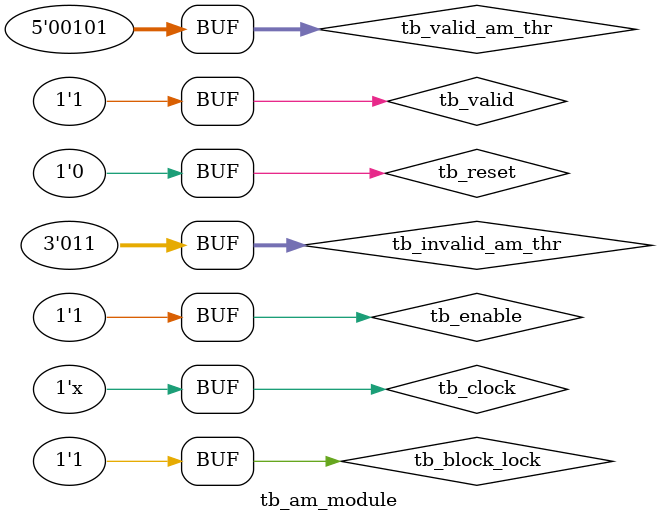
<source format=v>
`timescale 1ns/100ps


module tb_am_module;

localparam NB_CODED_BLOCK = 66;
localparam N_ALIGNER = 20;
localparam NB_LANE_ID = $clog2(N_ALIGNER);
localparam N_BLOCKS = 10;
localparam MAX_INV_AM = 8;
localparam NB_INV_AM  = $clog2(MAX_INV_AM);
localparam MAX_VAL_AM = 20;
localparam NB_VAL_AM = $clog2(MAX_VAL_AM);
localparam SIM_BLOCKS = N_BLOCKS*10;
localparam NB_ERROR_COUNTER = 64;
localparam [NB_CODED_BLOCK-1 : 0] SIM_AM = 66'h2_F5_07_09_00_0A_F8_F6_FF; //alineador lane 4



reg tb_clock, tb_reset, tb_enable, tb_valid, tb_block_lock;

reg [63 : 0] tb_clock_counter;

reg [NB_CODED_BLOCK-1 : 0]      tb_i_data;
reg [NB_CODED_BLOCK-1 : 0]      tb_input_vector [SIM_BLOCKS-1 : 0]; 
reg [NB_INV_AM-1 : 0]           tb_invalid_am_thr;
reg [NB_VAL_AM-1 : 0]           tb_valid_am_thr;
reg                             tb_am_insert;

wire [NB_CODED_BLOCK-1 : 0]     tb_o_data;
wire [NB_CODED_BLOCK-1 : 0]     tb_TX_data;
wire [NB_LANE_ID-1 : 0]         tb_o_lane_id;
wire [NB_ERROR_COUNTER-1 : 0]   tb_o_error_counter;
wire tb_o_am_lock, tb_o_resync, tb_o_start_of_lane;


initial
begin
        tb_clock                = 0;
        tb_reset                = 1;
        tb_enable               = 0;
        tb_valid                = 0;
        tb_block_lock           = 0;
        tb_i_data               = 66'd0;
        tb_invalid_am_thr       = 3;
        tb_valid_am_thr         = 5;

        tb_clock_counter = {64{1'b0}};
        
        #10
                tb_reset        = 0;
                tb_enable       = 1;
                tb_valid        = 1;
                tb_block_lock   = 1;
      
       
        
end

always #1 tb_clock = ~tb_clock;
/*
        Modificar este always para generar la flag de am insert y datos de entrada random
*/
always @ (posedge tb_clock)
begin
        tb_clock_counter <= tb_clock_counter + 1'b1;
        tb_i_data <= {2'b01,$random,$random};

                
        if ((tb_clock_counter%N_BLOCKS) == 0/* && (tb_clock_counter < N_BLOCKS*10)*/)
                tb_am_insert = 1;
        else
                tb_am_insert = 0;
                
end

// SIM_AM = 66'h2_F5_07_09_00_0A_F8_F6_FF; alineador lane 4
am_insertion
#(
        .NB_CODED_BLOCK(NB_CODED_BLOCK),
        .AM_ENCODING_LOW(24'hF5_07_09), //Seleccionar algun alineador
        .AM_ENCODING_HIGH(24'h0A_F8_F6) //idem
 )
u_am_insert
        (
                .i_clock                (tb_clock),
                .i_reset                (tb_reset),
                .i_enable               (tb_enable),
                .i_am_insert            (tb_am_insert), 
                .i_data                 (tb_i_data),
                .o_data                 (tb_TX_data)
        );

am_lock_module
#(
        .NB_CODED_BLOCK(NB_CODED_BLOCK),
        .N_ALIGNER(N_ALIGNER),
        .N_BLOCKS(N_BLOCKS),
        .MAX_INV_AM(MAX_INV_AM),
        .MAX_VAL_AM(MAX_VAL_AM),
        .NB_ERROR_COUNTER(NB_ERROR_COUNTER)
 )
 u_am_mod
        (
                .i_clock                (tb_clock),
                .i_reset                (tb_reset),
                .i_rf_enable               (tb_enable),
                .i_valid                (tb_valid),
                .i_block_lock           (tb_block_lock),
                .i_data                 (tb_TX_data),
                .i_rf_invalid_am_thr       (tb_invalid_am_thr),
                .i_rf_valid_am_thr         (tb_valid_am_thr),

                .o_data                 (tb_o_data),
                .o_lane_id              (tb_o_lane_id),
                .o_error_counter        (tb_o_error_counter),
                .o_am_lock              (tb_o_am_lock),
                .o_resync               (tb_o_resync),
                .o_start_of_lane        (tb_o_start_of_lane)
        );


endmodule

</source>
